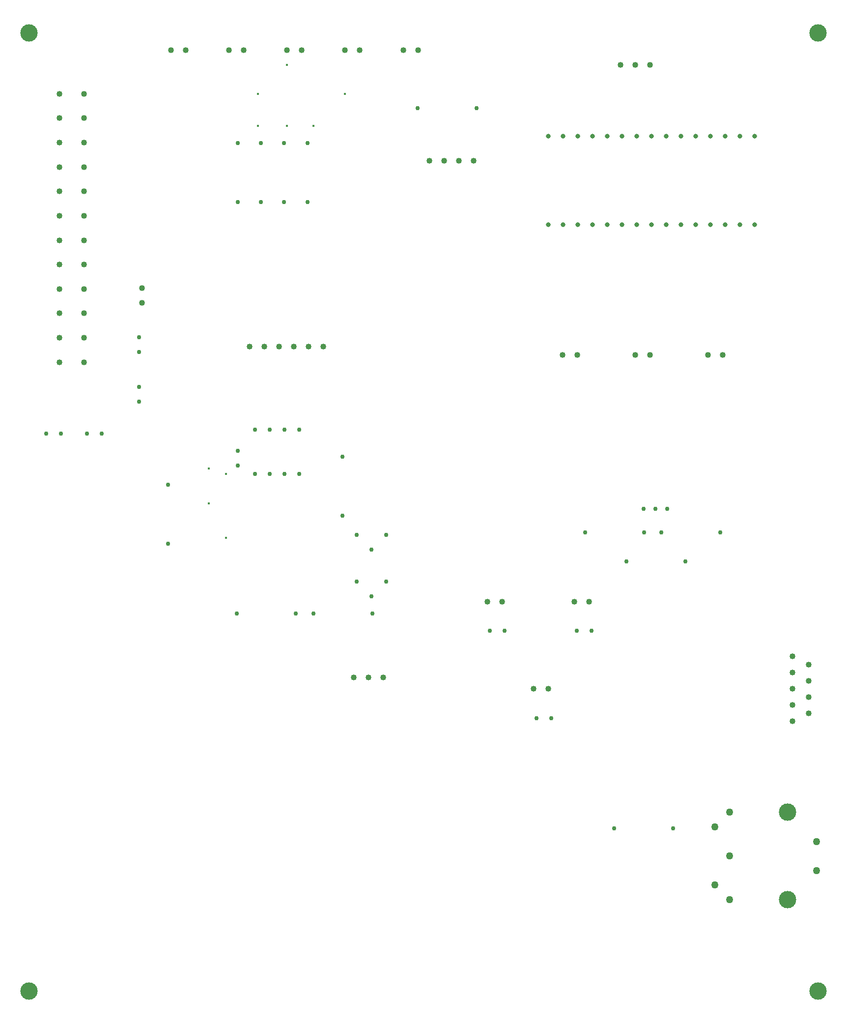
<source format=gbr>
G04 PROTEUS GERBER X2 FILE*
%TF.GenerationSoftware,Labcenter,Proteus,8.13-SP0-Build31525*%
%TF.CreationDate,2025-10-26T19:34:57+00:00*%
%TF.FileFunction,Plated,1,2,PTH*%
%TF.FilePolarity,Positive*%
%TF.Part,Single*%
%TF.SameCoordinates,{9d0e3b42-97eb-446b-a350-d4abe811863b}*%
%FSLAX45Y45*%
%MOMM*%
G01*
%TA.AperFunction,ViaDrill*%
%ADD67C,0.381000*%
%TA.AperFunction,ComponentDrill*%
%ADD68C,0.800000*%
%TA.AperFunction,ComponentDrill*%
%ADD69C,1.016000*%
%ADD74C,0.762000*%
%TA.AperFunction,ComponentDrill*%
%ADD75C,1.270000*%
%TA.AperFunction,MechanicalDrill*%
%ADD76C,3.000000*%
%TA.AperFunction,OtherDrill,Unknown*%
%ADD77C,3.000000*%
%TD.AperFunction*%
D67*
X+3750000Y+750000D03*
X+3750000Y+200000D03*
X+4250000Y+1250000D03*
X+4250000Y+200000D03*
X+5250000Y+750000D03*
X+4700000Y+200000D03*
X+2900000Y-5700000D03*
X+2900000Y-6300000D03*
X+3200000Y-5800000D03*
X+3200000Y-6900000D03*
D68*
X+8750000Y-1500000D03*
X+9004000Y-1500000D03*
X+9258000Y-1500000D03*
X+9512000Y-1500000D03*
X+9766000Y-1500000D03*
X+10020000Y-1500000D03*
X+10274000Y-1500000D03*
X+10528000Y-1500000D03*
X+10782000Y-1500000D03*
X+11036000Y-1500000D03*
X+11290000Y-1500000D03*
X+11544000Y-1500000D03*
X+11798000Y-1500000D03*
X+12052000Y-1500000D03*
X+12306000Y-1500000D03*
X+12306000Y+24000D03*
X+12052000Y+24000D03*
X+11798000Y+24000D03*
X+11544000Y+24000D03*
X+11290000Y+24000D03*
X+11036000Y+24000D03*
X+10782000Y+24000D03*
X+10528000Y+24000D03*
X+10274000Y+24000D03*
X+10020000Y+24000D03*
X+9766000Y+24000D03*
X+9512000Y+24000D03*
X+9258000Y+24000D03*
X+9004000Y+24000D03*
X+8750000Y+24000D03*
D69*
X+9000000Y-3750000D03*
X+9254000Y-3750000D03*
X+10250000Y-3750000D03*
X+10504000Y-3750000D03*
X+11500000Y-3750000D03*
X+11754000Y-3750000D03*
X+5250000Y+1500000D03*
X+5504000Y+1500000D03*
X+6250000Y+1500000D03*
X+6504000Y+1500000D03*
X+4250000Y+1500000D03*
X+4504000Y+1500000D03*
X+2250000Y+1500000D03*
X+2504000Y+1500000D03*
X+3250000Y+1500000D03*
X+3504000Y+1500000D03*
D74*
X+6500000Y+500000D03*
X+7516000Y+500000D03*
X+3400000Y-100000D03*
X+3400000Y-1116000D03*
X+4600000Y-100000D03*
X+4600000Y-1116000D03*
X+4200000Y-100000D03*
X+4200000Y-1116000D03*
X+3800000Y-100000D03*
X+3800000Y-1116000D03*
D69*
X+12960300Y-8941200D03*
X+12960300Y-9220600D03*
X+12960300Y-9500000D03*
X+12960300Y-9779400D03*
X+12960300Y-10058800D03*
X+13239700Y-9080900D03*
X+13239700Y-9360300D03*
X+13239700Y-9639700D03*
X+13239700Y-9919100D03*
X+3600000Y-3600000D03*
X+3854000Y-3600000D03*
X+4108000Y-3600000D03*
X+4362000Y-3600000D03*
X+4616000Y-3600000D03*
X+4870000Y-3600000D03*
X+7700000Y-8000000D03*
X+7954000Y-8000000D03*
X+9200000Y-8000000D03*
X+9454000Y-8000000D03*
X+8500000Y-9500000D03*
X+8754000Y-9500000D03*
D74*
X+3700000Y-5800000D03*
X+3954000Y-5800000D03*
X+4208000Y-5800000D03*
X+4462000Y-5800000D03*
X+4462000Y-5038000D03*
X+4208000Y-5038000D03*
X+3954000Y-5038000D03*
X+3700000Y-5038000D03*
D75*
X+11875000Y-11625000D03*
X+11875000Y-12375000D03*
X+11875000Y-13125000D03*
X+11625000Y-11875000D03*
X+11625000Y-12875000D03*
X+13375000Y-12625000D03*
X+13375000Y-12125000D03*
D76*
X+12875000Y-13125000D03*
X+12875000Y-11625000D03*
D74*
X+5446000Y-6846000D03*
X+5954000Y-6846000D03*
X+5700000Y-7100000D03*
X+5200000Y-5500000D03*
X+5200000Y-6516000D03*
X+5446000Y-7646000D03*
X+5954000Y-7646000D03*
X+5700000Y-7900000D03*
X+4700000Y-8200000D03*
X+5716000Y-8200000D03*
X+4400000Y-8200000D03*
X+3384000Y-8200000D03*
X+2200000Y-7000000D03*
X+2200000Y-5984000D03*
D69*
X+5400000Y-9300000D03*
X+5654000Y-9300000D03*
X+5908000Y-9300000D03*
D74*
X+3400000Y-5400000D03*
X+3400000Y-5654000D03*
X+10900000Y-11900000D03*
X+9884000Y-11900000D03*
X+8000000Y-8500000D03*
X+7746000Y-8500000D03*
X+8800000Y-10000000D03*
X+8546000Y-10000000D03*
X+9500000Y-8500000D03*
X+9246000Y-8500000D03*
X+10396800Y-6400000D03*
X+10600000Y-6400000D03*
X+10803200Y-6400000D03*
X+10400000Y-6800000D03*
X+9384000Y-6800000D03*
X+10700000Y-6800000D03*
X+11716000Y-6800000D03*
X+10100000Y-7300000D03*
X+11116000Y-7300000D03*
D69*
X+750000Y+750000D03*
X+330000Y+750000D03*
X+750000Y+330000D03*
X+330000Y+330000D03*
X+750000Y-90000D03*
X+330000Y-90000D03*
X+750000Y-510000D03*
X+330000Y-510000D03*
X+750000Y-930000D03*
X+330000Y-930000D03*
X+750000Y-1350000D03*
X+330000Y-1350000D03*
X+750000Y-1770000D03*
X+330000Y-1770000D03*
X+750000Y-2190000D03*
X+330000Y-2190000D03*
X+750000Y-2610000D03*
X+330000Y-2610000D03*
X+750000Y-3030000D03*
X+330000Y-3030000D03*
X+750000Y-3450000D03*
X+330000Y-3450000D03*
X+750000Y-3870006D03*
X+330000Y-3870006D03*
X+1750000Y-2850000D03*
X+1750000Y-2596000D03*
D74*
X+1700000Y-3700000D03*
X+1700000Y-3446000D03*
X+800000Y-5100000D03*
X+1054000Y-5100000D03*
X+1700000Y-4550000D03*
X+1700000Y-4296000D03*
X+100000Y-5100000D03*
X+354000Y-5100000D03*
D69*
X+10500000Y+1250000D03*
X+10246000Y+1250000D03*
X+9992000Y+1250000D03*
D77*
X-200000Y+1800000D03*
X+13400000Y+1800000D03*
X+13400000Y-14700000D03*
X-200000Y-14700000D03*
D69*
X+6700000Y-400000D03*
X+6954000Y-400000D03*
X+7208000Y-400000D03*
X+7462000Y-400000D03*
M02*

</source>
